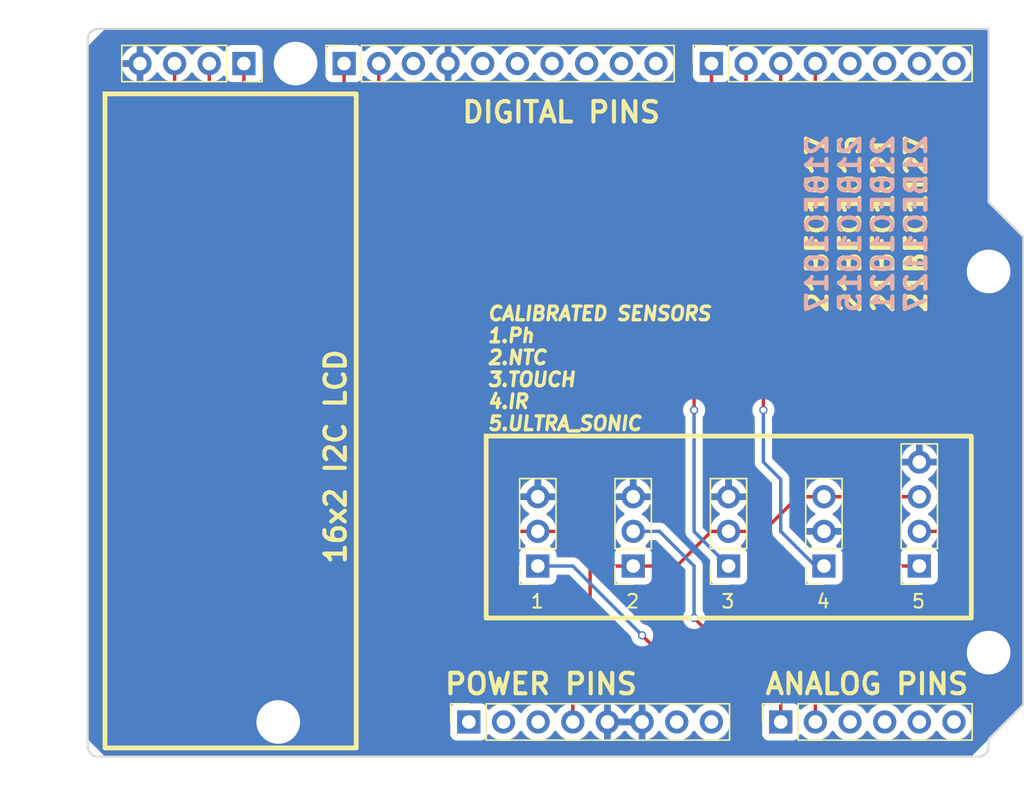
<source format=kicad_pcb>
(kicad_pcb (version 20240108) (generator "pcbnew") (generator_version "8.0")
  (title_block (title "Vinay Jangid") (date "mar. 31 mars 2015"))
  (layers (0 "F.Cu" signal) (31 "B.Cu" signal) (34 "B.Paste" user) (35 "F.Paste" user) (36 "B.SilkS" user "B.Silkscreen") (37 "F.SilkS" user "F.Silkscreen") (38 "B.Mask" user) (39 "F.Mask" user) (44 "Edge.Cuts" user))
  (net 0 "")
  (net 1 "GND")
  (net 2 "A0")
  (net 3 "/A2")
  (net 4 "/A3")
  (net 5 "D7")
  (net 6 "/2")
  (net 7 "/TX{slash}1")
  (net 8 "/RX{slash}0")
  (net 9 "D5")
  (net 10 "D6")
  (net 11 "D4")
  (net 12 "A5")
  (net 13 "A4")
  (net 14 "A1")
  (net 28 "+5V")
  (footprint "Connector_PinSocket_2.54mm:PinSocket_1x08_P2.54mm_Vertical" (layer "F.Cu") (at 127.94 97.46 90)
    (property "Reference" "J1" (hide yes))
    (property "Value" "Power")
    (fp_line (start 1.33 -1.33) (end 1.33 0) (stroke (width 0.12)) (layer "F.SilkS"))
    (fp_line (start 0 -1.33) (end 1.33 -1.33) (stroke (width 0.12)) (layer "F.SilkS"))
    (fp_line (start 1.33 1.27) (end 1.33 19.11) (stroke (width 0.12)) (layer "F.SilkS"))
    (fp_line (start -1.33 1.27) (end 1.33 1.27) (stroke (width 0.12)) (layer "F.SilkS"))
    (fp_line (start -1.33 1.27) (end -1.33 19.11) (stroke (width 0.12)) (layer "F.SilkS"))
    (fp_line (start -1.33 19.11) (end 1.33 19.11) (stroke (width 0.12)) (layer "F.SilkS"))
    (pad "1" thru_hole rect (at 0 0 90) (size 1.7 1.7) (drill 1) (layers "*.Cu" "*.Mask"))
    (pad "2" thru_hole oval (at 0 2.54 90) (size 1.7 1.7) (drill 1) (layers "*.Cu" "*.Mask"))
    (pad "3" thru_hole oval (at 0 5.08 90) (size 1.7 1.7) (drill 1) (layers "*.Cu" "*.Mask"))
    (pad "4" thru_hole oval (at 0 7.62 90) (size 1.7 1.7) (drill 1) (layers "*.Cu" "*.Mask") (net 28 "+5V"))
    (pad "5" thru_hole oval (at 0 10.16 90) (size 1.7 1.7) (drill 1) (layers "*.Cu" "*.Mask") (net 1 "GND"))
    (pad "6" thru_hole oval (at 0 12.7 90) (size 1.7 1.7) (drill 1) (layers "*.Cu" "*.Mask") (net 1 "GND"))
    (pad "7" thru_hole oval (at 0 15.24 90) (size 1.7 1.7) (drill 1) (layers "*.Cu" "*.Mask"))
    (pad "8" thru_hole oval (at 0 17.78 90) (size 1.7 1.7) (drill 1) (layers "*.Cu" "*.Mask"))
  )
  (footprint "Connector_PinSocket_2.54mm:PinSocket_1x06_P2.54mm_Vertical" (layer "F.Cu") (at 150.8 97.46 90)
    (property "Reference" "J3" (hide yes))
    (property "Value" "Analog")
    (fp_line (start 1.33 -1.33) (end 1.33 0) (stroke (width 0.12)) (layer "F.SilkS"))
    (fp_line (start 0 -1.33) (end 1.33 -1.33) (stroke (width 0.12)) (layer "F.SilkS"))
    (fp_line (start 1.33 1.27) (end 1.33 14.03) (stroke (width 0.12)) (layer "F.SilkS"))
    (fp_line (start -1.33 1.27) (end 1.33 1.27) (stroke (width 0.12)) (layer "F.SilkS"))
    (fp_line (start -1.33 1.27) (end -1.33 14.03) (stroke (width 0.12)) (layer "F.SilkS"))
    (fp_line (start -1.33 14.03) (end 1.33 14.03) (stroke (width 0.12)) (layer "F.SilkS"))
    (pad "1" thru_hole rect (at 0 0 90) (size 1.7 1.7) (drill 1) (layers "*.Cu" "*.Mask") (net 2 "A0"))
    (pad "2" thru_hole oval (at 0 2.54 90) (size 1.7 1.7) (drill 1) (layers "*.Cu" "*.Mask") (net 14 "A1"))
    (pad "3" thru_hole oval (at 0 5.08 90) (size 1.7 1.7) (drill 1) (layers "*.Cu" "*.Mask") (net 3 "/A2"))
    (pad "4" thru_hole oval (at 0 7.62 90) (size 1.7 1.7) (drill 1) (layers "*.Cu" "*.Mask") (net 4 "/A3"))
    (pad "5" thru_hole oval (at 0 10.16 90) (size 1.7 1.7) (drill 1) (layers "*.Cu" "*.Mask"))
    (pad "6" thru_hole oval (at 0 12.7 90) (size 1.7 1.7) (drill 1) (layers "*.Cu" "*.Mask"))
  )
  (footprint "Connector_PinSocket_2.54mm:PinSocket_1x10_P2.54mm_Vertical" (layer "F.Cu") (at 118.796 49.2 90)
    (property "Reference" "J2" (hide yes))
    (property "Value" "Digital/PWM")
    (fp_line (start 1.33 -1.33) (end 1.33 0) (stroke (width 0.12)) (layer "F.SilkS"))
    (fp_line (start 0 -1.33) (end 1.33 -1.33) (stroke (width 0.12)) (layer "F.SilkS"))
    (fp_line (start 1.33 1.27) (end 1.33 24.19) (stroke (width 0.12)) (layer "F.SilkS"))
    (fp_line (start -1.33 1.27) (end 1.33 1.27) (stroke (width 0.12)) (layer "F.SilkS"))
    (fp_line (start -1.33 1.27) (end -1.33 24.19) (stroke (width 0.12)) (layer "F.SilkS"))
    (fp_line (start -1.33 24.19) (end 1.33 24.19) (stroke (width 0.12)) (layer "F.SilkS"))
    (pad "1" thru_hole rect (at 0 0 90) (size 1.7 1.7) (drill 1) (layers "*.Cu" "*.Mask") (net 12 "A5"))
    (pad "2" thru_hole oval (at 0 2.54 90) (size 1.7 1.7) (drill 1) (layers "*.Cu" "*.Mask") (net 13 "A4"))
    (pad "3" thru_hole oval (at 0 5.08 90) (size 1.7 1.7) (drill 1) (layers "*.Cu" "*.Mask"))
    (pad "4" thru_hole oval (at 0 7.62 90) (size 1.7 1.7) (drill 1) (layers "*.Cu" "*.Mask") (net 1 "GND"))
    (pad "5" thru_hole oval (at 0 10.16 90) (size 1.7 1.7) (drill 1) (layers "*.Cu" "*.Mask"))
    (pad "6" thru_hole oval (at 0 12.7 90) (size 1.7 1.7) (drill 1) (layers "*.Cu" "*.Mask"))
    (pad "7" thru_hole oval (at 0 15.24 90) (size 1.7 1.7) (drill 1) (layers "*.Cu" "*.Mask"))
    (pad "8" thru_hole oval (at 0 17.78 90) (size 1.7 1.7) (drill 1) (layers "*.Cu" "*.Mask"))
    (pad "9" thru_hole oval (at 0 20.32 90) (size 1.7 1.7) (drill 1) (layers "*.Cu" "*.Mask"))
    (pad "10" thru_hole oval (at 0 22.86 90) (size 1.7 1.7) (drill 1) (layers "*.Cu" "*.Mask"))
  )
  (footprint "Connector_PinSocket_2.54mm:PinSocket_1x08_P2.54mm_Vertical" (layer "F.Cu") (at 145.72 49.2 90)
    (property "Reference" "J4" (hide yes))
    (property "Value" "Digital/PWM")
    (fp_line (start 1.33 -1.33) (end 1.33 0) (stroke (width 0.12)) (layer "F.SilkS"))
    (fp_line (start 0 -1.33) (end 1.33 -1.33) (stroke (width 0.12)) (layer "F.SilkS"))
    (fp_line (start 1.33 1.27) (end 1.33 19.11) (stroke (width 0.12)) (layer "F.SilkS"))
    (fp_line (start -1.33 1.27) (end 1.33 1.27) (stroke (width 0.12)) (layer "F.SilkS"))
    (fp_line (start -1.33 1.27) (end -1.33 19.11) (stroke (width 0.12)) (layer "F.SilkS"))
    (fp_line (start -1.33 19.11) (end 1.33 19.11) (stroke (width 0.12)) (layer "F.SilkS"))
    (pad "1" thru_hole rect (at 0 0 90) (size 1.7 1.7) (drill 1) (layers "*.Cu" "*.Mask") (net 5 "D7"))
    (pad "2" thru_hole oval (at 0 2.54 90) (size 1.7 1.7) (drill 1) (layers "*.Cu" "*.Mask") (net 10 "D6"))
    (pad "3" thru_hole oval (at 0 5.08 90) (size 1.7 1.7) (drill 1) (layers "*.Cu" "*.Mask") (net 9 "D5"))
    (pad "4" thru_hole oval (at 0 7.62 90) (size 1.7 1.7) (drill 1) (layers "*.Cu" "*.Mask") (net 11 "D4"))
    (pad "5" thru_hole oval (at 0 10.16 90) (size 1.7 1.7) (drill 1) (layers "*.Cu" "*.Mask"))
    (pad "6" thru_hole oval (at 0 12.7 90) (size 1.7 1.7) (drill 1) (layers "*.Cu" "*.Mask") (net 6 "/2"))
    (pad "7" thru_hole oval (at 0 15.24 90) (size 1.7 1.7) (drill 1) (layers "*.Cu" "*.Mask") (net 7 "/TX{slash}1"))
    (pad "8" thru_hole oval (at 0 17.78 90) (size 1.7 1.7) (drill 1) (layers "*.Cu" "*.Mask") (net 8 "/RX{slash}0"))
  )
  (footprint "Connector_PinSocket_2.54mm:PinSocket_1x03_P2.54mm_Vertical" (layer "F.Cu") (at 132.995 86.03 180)
    (property "Reference" "S6" (hide yes))
    (property "Value" "PH_Sensor" (hide yes))
    (fp_line (start 1.33 1.27) (end 1.33 6.41) (stroke (width 0.12)) (layer "F.SilkS"))
    (fp_line (start 1.33 -1.33) (end 1.33 0) (stroke (width 0.12)) (layer "F.SilkS"))
    (fp_line (start 0 -1.33) (end 1.33 -1.33) (stroke (width 0.12)) (layer "F.SilkS"))
    (fp_line (start -1.33 6.41) (end 1.33 6.41) (stroke (width 0.12)) (layer "F.SilkS"))
    (fp_line (start -1.33 1.27) (end 1.33 1.27) (stroke (width 0.12)) (layer "F.SilkS"))
    (fp_line (start -1.33 1.27) (end -1.33 6.41) (stroke (width 0.12)) (layer "F.SilkS"))
    (pad "1" thru_hole rect (at 0 0 180) (size 1.7 1.7) (drill 1) (layers "*.Cu" "*.Mask") (net 2 "A0"))
    (pad "2" thru_hole oval (at 0 2.54 180) (size 1.7 1.7) (drill 1) (layers "*.Cu" "*.Mask") (net 28 "+5V"))
    (pad "3" thru_hole oval (at 0 5.08 180) (size 1.7 1.7) (drill 1) (layers "*.Cu" "*.Mask") (net 1 "GND"))
  )
  (footprint "Arduino_MountingHole:MountingHole_3.2mm" (layer "F.Cu") (at 115.24 49.2)
    (property "Reference" "MH1" (hide yes))
    (property "Value" "MountingHole_3.2mm" (hide yes))
    (pad "" np_thru_hole circle (at 0 0) (size 3.2 3.2) (drill 3.2) (layers "*.Cu" "*.Mask"))
  )
  (footprint "Connector_PinSocket_2.54mm:PinSocket_1x04_P2.54mm_Vertical" (layer "F.Cu") (at 160.96 86.03 180)
    (property "Reference" "J6" (hide yes))
    (property "Value" "ULTRA_SONIC" (hide yes))
    (fp_line (start 1.33 1.27) (end 1.33 8.95) (stroke (width 0.12)) (layer "F.SilkS"))
    (fp_line (start 1.33 -1.33) (end 1.33 0) (stroke (width 0.12)) (layer "F.SilkS"))
    (fp_line (start 0 -1.33) (end 1.33 -1.33) (stroke (width 0.12)) (layer "F.SilkS"))
    (fp_line (start -1.33 8.95) (end 1.33 8.95) (stroke (width 0.12)) (layer "F.SilkS"))
    (fp_line (start -1.33 1.27) (end 1.33 1.27) (stroke (width 0.12)) (layer "F.SilkS"))
    (fp_line (start -1.33 1.27) (end -1.33 8.95) (stroke (width 0.12)) (layer "F.SilkS"))
    (pad "1" thru_hole rect (at 0 0 180) (size 1.7 1.7) (drill 1) (layers "*.Cu" "*.Mask") (net 28 "+5V"))
    (pad "2" thru_hole oval (at 0 2.54 180) (size 1.7 1.7) (drill 1) (layers "*.Cu" "*.Mask") (net 11 "D4"))
    (pad "3" thru_hole oval (at 0 5.08 180) (size 1.7 1.7) (drill 1) (layers "*.Cu" "*.Mask") (net 9 "D5"))
    (pad "4" thru_hole oval (at 0 7.62 180) (size 1.7 1.7) (drill 1) (layers "*.Cu" "*.Mask") (net 1 "GND"))
  )
  (footprint "Connector_PinSocket_2.54mm:PinSocket_1x03_P2.54mm_Vertical" (layer "F.Cu") (at 153.96875 86.03 180)
    (property "Reference" "S3" (hide yes))
    (property "Value" "IR_Sensor" (hide yes))
    (fp_line (start 1.33 1.27) (end 1.33 6.41) (stroke (width 0.12)) (layer "F.SilkS"))
    (fp_line (start 1.33 -1.33) (end 1.33 0) (stroke (width 0.12)) (layer "F.SilkS"))
    (fp_line (start 0 -1.33) (end 1.33 -1.33) (stroke (width 0.12)) (layer "F.SilkS"))
    (fp_line (start -1.33 6.41) (end 1.33 6.41) (stroke (width 0.12)) (layer "F.SilkS"))
    (fp_line (start -1.33 1.27) (end 1.33 1.27) (stroke (width 0.12)) (layer "F.SilkS"))
    (fp_line (start -1.33 1.27) (end -1.33 6.41) (stroke (width 0.12)) (layer "F.SilkS"))
    (pad "1" thru_hole rect (at 0 0 180) (size 1.7 1.7) (drill 1) (layers "*.Cu" "*.Mask") (net 10 "D6"))
    (pad "2" thru_hole oval (at 0 2.54 180) (size 1.7 1.7) (drill 1) (layers "*.Cu" "*.Mask") (net 1 "GND"))
    (pad "3" thru_hole oval (at 0 5.08 180) (size 1.7 1.7) (drill 1) (layers "*.Cu" "*.Mask") (net 28 "+5V"))
  )
  (footprint "Connector_PinSocket_2.54mm:PinSocket_1x03_P2.54mm_Vertical" (layer "F.Cu") (at 139.98625 86.03 180)
    (property "Reference" "S1" (hide yes))
    (property "Value" "tem_lm35" (hide yes))
    (fp_line (start 1.33 1.27) (end 1.33 6.41) (stroke (width 0.12)) (layer "F.SilkS"))
    (fp_line (start 1.33 -1.33) (end 1.33 0) (stroke (width 0.12)) (layer "F.SilkS"))
    (fp_line (start 0 -1.33) (end 1.33 -1.33) (stroke (width 0.12)) (layer "F.SilkS"))
    (fp_line (start -1.33 6.41) (end 1.33 6.41) (stroke (width 0.12)) (layer "F.SilkS"))
    (fp_line (start -1.33 1.27) (end 1.33 1.27) (stroke (width 0.12)) (layer "F.SilkS"))
    (fp_line (start -1.33 1.27) (end -1.33 6.41) (stroke (width 0.12)) (layer "F.SilkS"))
    (pad "1" thru_hole rect (at 0 0 180) (size 1.7 1.7) (drill 1) (layers "*.Cu" "*.Mask") (net 28 "+5V"))
    (pad "2" thru_hole oval (at 0 2.54 180) (size 1.7 1.7) (drill 1) (layers "*.Cu" "*.Mask") (net 14 "A1"))
    (pad "3" thru_hole oval (at 0 5.08 180) (size 1.7 1.7) (drill 1) (layers "*.Cu" "*.Mask") (net 1 "GND"))
  )
  (footprint "Connector_PinSocket_2.54mm:PinSocket_1x03_P2.54mm_Vertical" (layer "F.Cu") (at 146.9775 86.03 180)
    (property "Reference" "S2" (hide yes))
    (property "Value" "touch_sensor" (hide yes))
    (fp_line (start 1.33 1.27) (end 1.33 6.41) (stroke (width 0.12)) (layer "F.SilkS"))
    (fp_line (start 1.33 -1.33) (end 1.33 0) (stroke (width 0.12)) (layer "F.SilkS"))
    (fp_line (start 0 -1.33) (end 1.33 -1.33) (stroke (width 0.12)) (layer "F.SilkS"))
    (fp_line (start -1.33 6.41) (end 1.33 6.41) (stroke (width 0.12)) (layer "F.SilkS"))
    (fp_line (start -1.33 1.27) (end 1.33 1.27) (stroke (width 0.12)) (layer "F.SilkS"))
    (fp_line (start -1.33 1.27) (end -1.33 6.41) (stroke (width 0.12)) (layer "F.SilkS"))
    (pad "1" thru_hole rect (at 0 0 180) (size 1.7 1.7) (drill 1) (layers "*.Cu" "*.Mask") (net 5 "D7"))
    (pad "2" thru_hole oval (at 0 2.54 180) (size 1.7 1.7) (drill 1) (layers "*.Cu" "*.Mask") (net 28 "+5V"))
    (pad "3" thru_hole oval (at 0 5.08 180) (size 1.7 1.7) (drill 1) (layers "*.Cu" "*.Mask") (net 1 "GND"))
  )
  (footprint "Connector_PinSocket_2.54mm:PinSocket_1x04_P2.54mm_Vertical" (layer "F.Cu") (at 111.455 49.2 -90)
    (property "Reference" "J5" (hide yes))
    (property "Value" "LCD" (hide yes))
    (fp_line (start -1.33 8.95) (end 1.33 8.95) (stroke (width 0.12)) (layer "F.SilkS"))
    (fp_line (start -1.33 1.27) (end -1.33 8.95) (stroke (width 0.12)) (layer "F.SilkS"))
    (fp_line (start -1.33 1.27) (end 1.33 1.27) (stroke (width 0.12)) (layer "F.SilkS"))
    (fp_line (start 1.33 1.27) (end 1.33 8.95) (stroke (width 0.12)) (layer "F.SilkS"))
    (fp_line (start 0 -1.33) (end 1.33 -1.33) (stroke (width 0.12)) (layer "F.SilkS"))
    (fp_line (start 1.33 -1.33) (end 1.33 0) (stroke (width 0.12)) (layer "F.SilkS"))
    (pad "1" thru_hole rect (at 0 0 270) (size 1.7 1.7) (drill 1) (layers "*.Cu" "*.Mask") (net 12 "A5"))
    (pad "2" thru_hole oval (at 0 2.54 270) (size 1.7 1.7) (drill 1) (layers "*.Cu" "*.Mask") (net 13 "A4"))
    (pad "3" thru_hole oval (at 0 5.08 270) (size 1.7 1.7) (drill 1) (layers "*.Cu" "*.Mask") (net 28 "+5V"))
    (pad "4" thru_hole oval (at 0 7.62 270) (size 1.7 1.7) (drill 1) (layers "*.Cu" "*.Mask") (net 1 "GND"))
  )
  (footprint "Arduino_MountingHole:MountingHole_3.2mm" (layer "F.Cu") (at 113.97 97.46)
    (property "Reference" "MH2" (hide yes))
    (property "Value" "MountingHole_3.2mm" (hide yes))
    (pad "" np_thru_hole circle (at 0 0) (size 3.2 3.2) (drill 3.2) (layers "*.Cu" "*.Mask"))
  )
  (footprint "Arduino_MountingHole:MountingHole_3.2mm" (layer "F.Cu") (at 166.04 64.44)
    (property "Reference" "MH3" (hide yes))
    (property "Value" "MountingHole_3.2mm" (hide yes))
    (pad "" np_thru_hole circle (at 0 0) (size 3.2 3.2) (drill 3.2) (layers "*.Cu" "*.Mask"))
  )
  (footprint "Arduino_MountingHole:MountingHole_3.2mm" (layer "F.Cu") (at 166.04 92.38)
    (property "Reference" "MH4" (hide yes))
    (property "Value" "MountingHole_3.2mm" (hide yes))
    (pad "" np_thru_hole circle (at 0 0) (size 3.2 3.2) (drill 3.2) (layers "*.Cu" "*.Mask"))
  )
  (gr_rect (start 129.21 76.505) (end 164.77 89.84) (stroke (width 0.35)) (fill none) (layer "F.SilkS"))
  (gr_rect (start 101.27 51.4225) (end 119.685 99.365) (stroke (width 0.35)) (fill none) (layer "F.SilkS"))
  (gr_line (start 166.04 59.36) (end 168.58 61.9) (stroke (width 0.15)) (layer "Edge.Cuts"))
  (gr_line (start 100 99.238) (end 100 47.422) (stroke (width 0.15)) (layer "Edge.Cuts"))
  (gr_line (start 166.04 49.2) (end 166.04 46.66) (stroke (width 0.15)) (layer "Edge.Cuts"))
  (gr_line (start 168.58 61.9) (end 168.58 96.19) (stroke (width 0.15)) (layer "Edge.Cuts"))
  (gr_line (start 165.278 100) (end 100.762 100) (stroke (width 0.15)) (layer "Edge.Cuts"))
  (gr_line (start 100.762 46.66) (end 163.5 46.66) (stroke (width 0.15)) (layer "Edge.Cuts"))
  (gr_arc (start 100.762 100) (mid 100.223185 99.776815) (end 100 99.238) (stroke (width 0.15)) (layer "Edge.Cuts"))
  (gr_line (start 168.58 96.19) (end 166.04 98.73) (stroke (width 0.15)) (layer "Edge.Cuts"))
  (gr_line (start 163.5 46.66) (end 166.04 46.66) (stroke (width 0.15)) (layer "Edge.Cuts"))
  (gr_arc (start 166.04 99.238) (mid 165.816815 99.776815) (end 165.278 100) (stroke (width 0.15)) (layer "Edge.Cuts"))
  (gr_line (start 166.04 49.2) (end 166.04 59.36) (stroke (width 0.15)) (layer "Edge.Cuts"))
  (gr_line (start 166.04 98.73) (end 166.04 99.238) (stroke (width 0.15)) (layer "Edge.Cuts"))
  (gr_arc (start 100 47.422) (mid 100.223185 46.883185) (end 100.762 46.66) (stroke (width 0.15)) (layer "Edge.Cuts"))
  (gr_text "21BEC1017\n21BEC1015\n21BEC1021\n21BEC1127" (at 161.595 54.28 90) (layer "B.SilkS") (effects (font (size 1.5 1.5) (thickness 0.3) (bold yes)) (justify left bottom mirror)))
  (gr_text "2" (at 139.37 89.205 0) (layer "F.SilkS") (effects (font (size 1 1)) (justify left bottom)))
  (gr_text "4" (at 153.34 89.205 0) (layer "F.SilkS") (effects (font (size 1 1)) (justify left bottom)))
  (gr_text "3" (at 146.355 89.205 0) (layer "F.SilkS") (effects (font (size 1 1)) (justify left bottom)))
  (gr_text "16x2 I2C LCD \n" (at 119.05 86.03 90) (layer "F.SilkS") (effects (font (size 1.5 1.5) (thickness 0.3) (bold yes)) (justify left bottom)))
  (gr_text "21BEC1017\n21BEC1015\n21BEC1021\n21BEC1127" (at 161.595 67.615 90) (layer "F.SilkS") (effects (font (size 1.5 1.5) (thickness 0.3) (bold yes)) (justify left bottom)))
  (gr_text "POWER PINS" (at 126.035 95.555 0) (layer "F.SilkS") (effects (font (size 1.5 1.5) (thickness 0.3) (bold yes)) (justify left bottom)))
  (gr_text "1" (at 132.385 89.205 0) (layer "F.SilkS") (effects (font (size 1 1)) (justify left bottom)))
  (gr_text "CALIBRATED SENSORS\n1.Ph\n2.NTC\n3.TOUCH\n4.IR\n5.ULTRA_SONIC\n\n" (at 129.21 77.775 0) (layer "F.SilkS") (effects (font (size 1 1) (thickness 0.25) (bold yes) (italic yes)) (justify left bottom)))
  (gr_text "ANALOG PINS" (at 149.53 95.555 0) (layer "F.SilkS") (effects (font (size 1.5 1.5) (thickness 0.3) (bold yes)) (justify left bottom)))
  (gr_text "5" (at 160.325 89.205 0) (layer "F.SilkS") (effects (font (size 1 1)) (justify left bottom)))
  (gr_text "DIGITAL PINS" (at 127.305 53.645 0) (layer "F.SilkS") (effects (font (size 1.5 1.5) (thickness 0.3) (bold yes)) (justify left bottom)))
  (segment (start 149.53 93.65) (end 143.18 93.65) (width 0.25) (layer "F.Cu") (net 2))
  (segment (start 150.8 94.92) (end 149.53 93.65) (width 0.25) (layer "F.Cu") (net 2))
  (segment (start 143.18 93.65) (end 140.64 91.11) (width 0.25) (layer "F.Cu") (net 2))
  (segment (start 150.8 97.46) (end 150.8 94.92) (width 0.25) (layer "F.Cu") (net 2))
  (via (at 140.64 91.11) (size 0.6) (drill 0.4) (layers "F.Cu" "B.Cu") (net 2))
  (segment (start 132.995 86.03) (end 135.56 86.03) (width 0.25) (layer "B.Cu") (net 2))
  (segment (start 135.56 86.03) (end 140.64 91.11) (width 0.25) (layer "B.Cu") (net 2))
  (segment (start 144.45 73.33) (end 144.45 74.6) (width 0.25) (layer "F.Cu") (net 5))
  (segment (start 145.72 72.06) (end 144.45 73.33) (width 0.25) (layer "F.Cu") (net 5))
  (segment (start 145.72 49.2) (end 145.72 72.06) (width 0.25) (layer "F.Cu") (net 5))
  (via (at 144.45 74.6) (size 0.6) (drill 0.4) (layers "F.Cu" "B.Cu") (net 5))
  (segment (start 144.45 74.6) (end 144.45 83.5025) (width 0.25) (layer "B.Cu") (net 5))
  (segment (start 144.45 83.5025) (end 146.9775 86.03) (width 0.25) (layer "B.Cu") (net 5))
  (segment (start 150.8 72.06) (end 159.69 80.95) (width 0.25) (layer "F.Cu") (net 9))
  (segment (start 150.8 49.2) (end 150.8 72.06) (width 0.25) (layer "F.Cu") (net 9))
  (segment (start 159.69 80.95) (end 160.96 80.95) (width 0.25) (layer "F.Cu") (net 9))
  (segment (start 148.26 49.2) (end 148.26 72.06) (width 0.25) (layer "F.Cu") (net 10))
  (segment (start 148.26 72.06) (end 149.53 73.33) (width 0.25) (layer "F.Cu") (net 10))
  (segment (start 149.53 73.33) (end 149.53 74.6) (width 0.25) (layer "F.Cu") (net 10))
  (via (at 149.53 74.6) (size 0.6) (drill 0.4) (layers "F.Cu" "B.Cu") (net 10))
  (segment (start 153.34 86.03) (end 153.96875 86.03) (width 0.25) (layer "B.Cu") (net 10))
  (segment (start 150.8 79.68) (end 150.8 83.49) (width 0.25) (layer "B.Cu") (net 10))
  (segment (start 149.53 78.41) (end 150.8 79.68) (width 0.25) (layer "B.Cu") (net 10))
  (segment (start 149.53 74.6) (end 149.53 78.41) (width 0.25) (layer "B.Cu") (net 10))
  (segment (start 150.8 83.49) (end 153.34 86.03) (width 0.25) (layer "B.Cu") (net 10))
  (segment (start 155.88 72.06) (end 153.34 69.52) (width 0.25) (layer "F.Cu") (net 11))
  (segment (start 163.5 75.87) (end 159.69 72.06) (width 0.25) (layer "F.Cu") (net 11))
  (segment (start 160.96 83.49) (end 162.23 83.49) (width 0.25) (layer "F.Cu") (net 11))
  (segment (start 159.69 72.06) (end 155.88 72.06) (width 0.25) (layer "F.Cu") (net 11))
  (segment (start 153.34 69.52) (end 153.34 49.2) (width 0.25) (layer "F.Cu") (net 11))
  (segment (start 162.23 83.49) (end 163.5 82.22) (width 0.25) (layer "F.Cu") (net 11))
  (segment (start 163.5 82.22) (end 163.5 75.87) (width 0.25) (layer "F.Cu") (net 11))
  (segment (start 111.455 49.2) (end 111.455 51.715) (width 0.25) (layer "F.Cu") (net 12))
  (segment (start 112.7 53.01) (end 117.78 53.01) (width 0.25) (layer "F.Cu") (net 12))
  (segment (start 111.455 51.715) (end 111.43 51.74) (width 0.25) (layer "F.Cu") (net 12))
  (segment (start 118.796 51.994) (end 118.796 49.2) (width 0.25) (layer "F.Cu") (net 12))
  (segment (start 117.78 53.01) (end 118.796 51.994) (width 0.25) (layer "F.Cu") (net 12))
  (segment (start 111.43 51.74) (end 112.7 53.01) (width 0.25) (layer "F.Cu") (net 12))
  (segment (start 108.89 51.74) (end 111.43 54.28) (width 0.25) (layer "F.Cu") (net 13))
  (segment (start 111.43 54.28) (end 119.05 54.28) (width 0.25) (layer "F.Cu") (net 13))
  (segment (start 108.915 49.2) (end 108.915 51.715) (width 0.25) (layer "F.Cu") (net 13))
  (segment (start 119.05 54.28) (end 121.336 51.994) (width 0.25) (layer "F.Cu") (net 13))
  (segment (start 121.336 51.994) (end 121.336 49.2) (width 0.25) (layer "F.Cu") (net 13))
  (segment (start 108.915 51.715) (end 108.89 51.74) (width 0.25) (layer "F.Cu") (net 13))
  (segment (start 153.34 93.65) (end 152.07 92.38) (width 0.25) (layer "F.Cu") (net 14))
  (segment (start 152.07 92.38) (end 146.99 92.38) (width 0.25) (layer "F.Cu") (net 14))
  (segment (start 153.34 97.46) (end 153.34 93.65) (width 0.25) (layer "F.Cu") (net 14))
  (segment (start 146.99 92.38) (end 144.45 89.84) (width 0.25) (layer "F.Cu") (net 14))
  (via (at 144.45 89.84) (size 0.6) (drill 0.4) (layers "F.Cu" "B.Cu") (net 14))
  (segment (start 144.45 86.03) (end 141.91 83.49) (width 0.25) (layer "B.Cu") (net 14))
  (segment (start 139.37 83.49) (end 139.98625 83.49) (width 0.25) (layer "B.Cu") (net 14))
  (segment (start 141.91 83.49) (end 139.98625 83.49) (width 0.25) (layer "B.Cu") (net 14))
  (segment (start 144.45 89.84) (end 144.45 86.03) (width 0.25) (layer "B.Cu") (net 14))
  (segment (start 136.83 86.03) (end 139.98625 86.03) (width 0.25) (layer "F.Cu") (net 28))
  (segment (start 149.53 83.49) (end 152.07 80.95) (width 0.25) (layer "F.Cu") (net 28))
  (segment (start 132.995 83.49) (end 135.56 83.49) (width 0.25) (layer "F.Cu") (net 28))
  (segment (start 155.88 80.95) (end 157.15 82.22) (width 0.25) (layer "F.Cu") (net 28))
  (segment (start 108.89 83.49) (end 132.995 83.49) (width 0.25) (layer "F.Cu") (net 28))
  (segment (start 135.56 97.46) (end 135.56 89.84) (width 0.25) (layer "F.Cu") (net 28))
  (segment (start 158.42 86.03) (end 160.96 86.03) (width 0.25) (layer "F.Cu") (net 28))
  (segment (start 135.56 83.49) (end 136.83 84.76) (width 0.25) (layer "F.Cu") (net 28))
  (segment (start 152.07 80.95) (end 153.96875 80.95) (width 0.25) (layer "F.Cu") (net 28))
  (segment (start 106.375 80.975) (end 108.89 83.49) (width 0.25) (layer "F.Cu") (net 28))
  (segment (start 139.98625 86.03) (end 143.18 86.03) (width 0.25) (layer "F.Cu") (net 28))
  (segment (start 143.18 86.03) (end 145.72 83.49) (width 0.25) (layer "F.Cu") (net 28))
  (segment (start 153.96875 80.95) (end 155.88 80.95) (width 0.25) (layer "F.Cu") (net 28))
  (segment (start 145.72 83.49) (end 146.9775 83.49) (width 0.25) (layer "F.Cu") (net 28))
  (segment (start 136.83 84.76) (end 136.83 86.03) (width 0.25) (layer "F.Cu") (net 28))
  (segment (start 135.56 89.84) (end 136.83 88.57) (width 0.25) (layer "F.Cu") (net 28))
  (segment (start 106.375 49.2) (end 106.375 80.975) (width 0.25) (layer "F.Cu") (net 28))
  (segment (start 157.15 82.22) (end 157.15 84.76) (width 0.25) (layer "F.Cu") (net 28))
  (segment (start 136.83 88.57) (end 136.83 86.03) (width 0.25) (layer "F.Cu") (net 28))
  (segment (start 146.9775 83.49) (end 149.53 83.49) (width 0.25) (layer "F.Cu") (net 28))
  (segment (start 157.15 84.76) (end 158.42 86.03) (width 0.25) (layer "F.Cu") (net 28))
  (zone (net 1) (net_name "GND") (layer "B.Cu") (connect_pads (clearance 0.508)) (min_thickness 0.25) (fill yes (thermal_gap 0.5) (thermal_bridge_width 0.5) (island_removal_mode 1) (island_area_min 10))
    (polygon (pts (xy 166.04 46.66) (xy 166.04 59.36) (xy 168.58 61.9) (xy 168.58 96.19) (xy 164.77 100) (xy 101.27 100) (xy 100 98.73) (xy 100 47.93) (xy 101.27 46.66)))
  )
)
</source>
